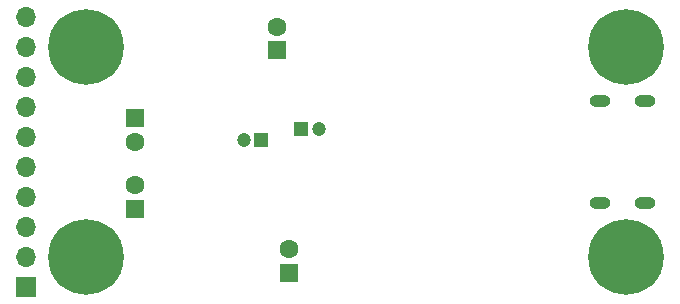
<source format=gbr>
%TF.GenerationSoftware,KiCad,Pcbnew,7.0.6*%
%TF.CreationDate,2024-03-05T13:52:18+08:00*%
%TF.ProjectId,TypeC2DoubleVoltage,54797065-4332-4446-9f75-626c65566f6c,rev?*%
%TF.SameCoordinates,Original*%
%TF.FileFunction,Soldermask,Bot*%
%TF.FilePolarity,Negative*%
%FSLAX46Y46*%
G04 Gerber Fmt 4.6, Leading zero omitted, Abs format (unit mm)*
G04 Created by KiCad (PCBNEW 7.0.6) date 2024-03-05 13:52:18*
%MOMM*%
%LPD*%
G01*
G04 APERTURE LIST*
%ADD10R,1.200000X1.200000*%
%ADD11C,1.200000*%
%ADD12C,6.400000*%
%ADD13R,1.600000X1.600000*%
%ADD14C,1.600000*%
%ADD15O,1.800000X1.000000*%
%ADD16R,1.700000X1.700000*%
%ADD17O,1.700000X1.700000*%
G04 APERTURE END LIST*
D10*
%TO.C,C10*%
X94690000Y-88520000D03*
D11*
X96190000Y-88520000D03*
%TD*%
D12*
%TO.C,H2*%
X76505000Y-99315000D03*
%TD*%
D13*
%TO.C,C19*%
X93650000Y-100680000D03*
D14*
X93650000Y-98680000D03*
%TD*%
D13*
%TO.C,C8*%
X92697500Y-81852500D03*
D14*
X92697500Y-79852500D03*
%TD*%
D15*
%TO.C,J1*%
X120002500Y-94745000D03*
X123802500Y-94745000D03*
X120002500Y-86105000D03*
X123802500Y-86105000D03*
%TD*%
D13*
%TO.C,C11*%
X80632500Y-87567500D03*
D14*
X80632500Y-89567500D03*
%TD*%
D12*
%TO.C,H4*%
X122225000Y-99315000D03*
%TD*%
%TO.C,H1*%
X76505000Y-81535000D03*
%TD*%
D13*
%TO.C,C22*%
X80632500Y-95282500D03*
D14*
X80632500Y-93282500D03*
%TD*%
D16*
%TO.C,J2*%
X71425000Y-101855000D03*
D17*
X71425000Y-99315000D03*
X71425000Y-96775000D03*
X71425000Y-94235000D03*
X71425000Y-91695000D03*
X71425000Y-89155000D03*
X71425000Y-86615000D03*
X71425000Y-84075000D03*
X71425000Y-81535000D03*
X71425000Y-78995000D03*
%TD*%
D10*
%TO.C,C21*%
X91340000Y-89472500D03*
D11*
X89840000Y-89472500D03*
%TD*%
D12*
%TO.C,H3*%
X122225000Y-81535000D03*
%TD*%
M02*

</source>
